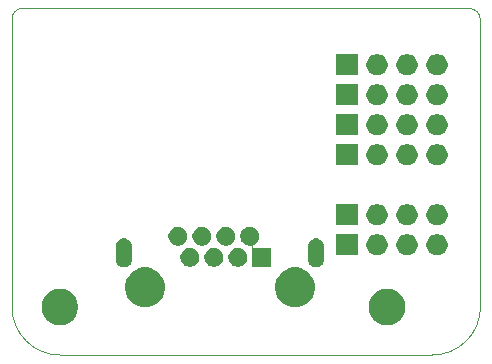
<source format=gbr>
G04 #@! TF.GenerationSoftware,KiCad,Pcbnew,(5.1.5)-3*
G04 #@! TF.CreationDate,2021-07-18T09:53:39-05:00*
G04 #@! TF.ProjectId,InputBoardSTM32QFN28,496e7075-7442-46f6-9172-6453544d3332,rev?*
G04 #@! TF.SameCoordinates,Original*
G04 #@! TF.FileFunction,Soldermask,Bot*
G04 #@! TF.FilePolarity,Negative*
%FSLAX46Y46*%
G04 Gerber Fmt 4.6, Leading zero omitted, Abs format (unit mm)*
G04 Created by KiCad (PCBNEW (5.1.5)-3) date 2021-07-18 09:53:39*
%MOMM*%
%LPD*%
G04 APERTURE LIST*
%ADD10C,0.050000*%
%ADD11C,0.100000*%
G04 APERTURE END LIST*
D10*
X171279873Y-85389743D02*
G75*
G02X172239940Y-86360000I-5095J-965162D01*
G01*
X132588000Y-86296602D02*
G75*
G02X133489685Y-85389720I901685J5182D01*
G01*
X132588000Y-110680500D02*
X132588000Y-86296602D01*
X136652000Y-114744500D02*
G75*
G02X132588000Y-110680500I0J4064000D01*
G01*
X168153080Y-114744500D02*
X136652000Y-114744500D01*
X172239940Y-86360000D02*
X172250164Y-110667800D01*
X172250164Y-110670340D02*
G75*
G02X168153080Y-114744500I-4074224J0D01*
G01*
X171279820Y-85389720D02*
X133489685Y-85389720D01*
D11*
G36*
X164640585Y-109156802D02*
G01*
X164790410Y-109186604D01*
X165072674Y-109303521D01*
X165326705Y-109473259D01*
X165542741Y-109689295D01*
X165712479Y-109943326D01*
X165829396Y-110225590D01*
X165889000Y-110525240D01*
X165889000Y-110830760D01*
X165829396Y-111130410D01*
X165712479Y-111412674D01*
X165542741Y-111666705D01*
X165326705Y-111882741D01*
X165072674Y-112052479D01*
X164790410Y-112169396D01*
X164640585Y-112199198D01*
X164490761Y-112229000D01*
X164185239Y-112229000D01*
X164035415Y-112199198D01*
X163885590Y-112169396D01*
X163603326Y-112052479D01*
X163349295Y-111882741D01*
X163133259Y-111666705D01*
X162963521Y-111412674D01*
X162846604Y-111130410D01*
X162787000Y-110830760D01*
X162787000Y-110525240D01*
X162846604Y-110225590D01*
X162963521Y-109943326D01*
X163133259Y-109689295D01*
X163349295Y-109473259D01*
X163603326Y-109303521D01*
X163885590Y-109186604D01*
X164035415Y-109156802D01*
X164185239Y-109127000D01*
X164490761Y-109127000D01*
X164640585Y-109156802D01*
G37*
G36*
X136940585Y-109156802D02*
G01*
X137090410Y-109186604D01*
X137372674Y-109303521D01*
X137626705Y-109473259D01*
X137842741Y-109689295D01*
X138012479Y-109943326D01*
X138129396Y-110225590D01*
X138189000Y-110525240D01*
X138189000Y-110830760D01*
X138129396Y-111130410D01*
X138012479Y-111412674D01*
X137842741Y-111666705D01*
X137626705Y-111882741D01*
X137372674Y-112052479D01*
X137090410Y-112169396D01*
X136940585Y-112199198D01*
X136790761Y-112229000D01*
X136485239Y-112229000D01*
X136335415Y-112199198D01*
X136185590Y-112169396D01*
X135903326Y-112052479D01*
X135649295Y-111882741D01*
X135433259Y-111666705D01*
X135263521Y-111412674D01*
X135146604Y-111130410D01*
X135087000Y-110830760D01*
X135087000Y-110525240D01*
X135146604Y-110225590D01*
X135263521Y-109943326D01*
X135433259Y-109689295D01*
X135649295Y-109473259D01*
X135903326Y-109303521D01*
X136185590Y-109186604D01*
X136335415Y-109156802D01*
X136485239Y-109127000D01*
X136790761Y-109127000D01*
X136940585Y-109156802D01*
G37*
G36*
X157032151Y-107387428D02*
G01*
X157337163Y-107513768D01*
X157611667Y-107697186D01*
X157845114Y-107930633D01*
X158028532Y-108205137D01*
X158154872Y-108510149D01*
X158219280Y-108833948D01*
X158219280Y-109164092D01*
X158154872Y-109487891D01*
X158028532Y-109792903D01*
X157845114Y-110067407D01*
X157611667Y-110300854D01*
X157337163Y-110484272D01*
X157032151Y-110610612D01*
X156870251Y-110642816D01*
X156708353Y-110675020D01*
X156378207Y-110675020D01*
X156216309Y-110642816D01*
X156054409Y-110610612D01*
X155749397Y-110484272D01*
X155474893Y-110300854D01*
X155241446Y-110067407D01*
X155058028Y-109792903D01*
X154931688Y-109487891D01*
X154867280Y-109164092D01*
X154867280Y-108833948D01*
X154931688Y-108510149D01*
X155058028Y-108205137D01*
X155241446Y-107930633D01*
X155474893Y-107697186D01*
X155749397Y-107513768D01*
X156054409Y-107387428D01*
X156378207Y-107323020D01*
X156708353Y-107323020D01*
X157032151Y-107387428D01*
G37*
G36*
X144332151Y-107387428D02*
G01*
X144637163Y-107513768D01*
X144911667Y-107697186D01*
X145145114Y-107930633D01*
X145328532Y-108205137D01*
X145454872Y-108510149D01*
X145519280Y-108833948D01*
X145519280Y-109164092D01*
X145454872Y-109487891D01*
X145328532Y-109792903D01*
X145145114Y-110067407D01*
X144911667Y-110300854D01*
X144637163Y-110484272D01*
X144332151Y-110610612D01*
X144170251Y-110642816D01*
X144008353Y-110675020D01*
X143678207Y-110675020D01*
X143516309Y-110642816D01*
X143354409Y-110610612D01*
X143049397Y-110484272D01*
X142774893Y-110300854D01*
X142541446Y-110067407D01*
X142358028Y-109792903D01*
X142231688Y-109487891D01*
X142167280Y-109164092D01*
X142167280Y-108833948D01*
X142231688Y-108510149D01*
X142358028Y-108205137D01*
X142541446Y-107930633D01*
X142774893Y-107697186D01*
X143049397Y-107513768D01*
X143354409Y-107387428D01*
X143678207Y-107323020D01*
X144008353Y-107323020D01*
X144332151Y-107387428D01*
G37*
G36*
X158456682Y-104874916D02*
G01*
X158584955Y-104913828D01*
X158703174Y-104977017D01*
X158806794Y-105062056D01*
X158891833Y-105165676D01*
X158955022Y-105283895D01*
X158993934Y-105412168D01*
X159003780Y-105512142D01*
X159003780Y-106681998D01*
X158993934Y-106781972D01*
X158955022Y-106910245D01*
X158891833Y-107028464D01*
X158806794Y-107132083D01*
X158703172Y-107217123D01*
X158584954Y-107280312D01*
X158456681Y-107319224D01*
X158323280Y-107332362D01*
X158189878Y-107319224D01*
X158061605Y-107280312D01*
X157943386Y-107217123D01*
X157839767Y-107132084D01*
X157754727Y-107028462D01*
X157691538Y-106910244D01*
X157652626Y-106781971D01*
X157642780Y-106681997D01*
X157642781Y-105512142D01*
X157652627Y-105412168D01*
X157691539Y-105283895D01*
X157754728Y-105165676D01*
X157839767Y-105062056D01*
X157943387Y-104977017D01*
X158061606Y-104913828D01*
X158189879Y-104874916D01*
X158323280Y-104861778D01*
X158456682Y-104874916D01*
G37*
G36*
X142196682Y-104874916D02*
G01*
X142324955Y-104913828D01*
X142443174Y-104977017D01*
X142546794Y-105062056D01*
X142631833Y-105165676D01*
X142695022Y-105283895D01*
X142733934Y-105412168D01*
X142743780Y-105512142D01*
X142743780Y-106681998D01*
X142733934Y-106781972D01*
X142695022Y-106910245D01*
X142631833Y-107028464D01*
X142546794Y-107132083D01*
X142443172Y-107217123D01*
X142324954Y-107280312D01*
X142196681Y-107319224D01*
X142063280Y-107332362D01*
X141929878Y-107319224D01*
X141801605Y-107280312D01*
X141683386Y-107217123D01*
X141579767Y-107132084D01*
X141494727Y-107028462D01*
X141431538Y-106910244D01*
X141392626Y-106781971D01*
X141382780Y-106681997D01*
X141382781Y-105512142D01*
X141392627Y-105412168D01*
X141431539Y-105283895D01*
X141494728Y-105165676D01*
X141579767Y-105062056D01*
X141683387Y-104977017D01*
X141801606Y-104913828D01*
X141929879Y-104874916D01*
X142063280Y-104861778D01*
X142196682Y-104874916D01*
G37*
G36*
X152956222Y-103908801D02*
G01*
X153101994Y-103969182D01*
X153101996Y-103969183D01*
X153233188Y-104056842D01*
X153344758Y-104168412D01*
X153432417Y-104299604D01*
X153432418Y-104299606D01*
X153492799Y-104445378D01*
X153523580Y-104600127D01*
X153523580Y-104757913D01*
X153492799Y-104912662D01*
X153432418Y-105058434D01*
X153432417Y-105058436D01*
X153344758Y-105189628D01*
X153233188Y-105301198D01*
X153101996Y-105388857D01*
X153101995Y-105388858D01*
X153101994Y-105388858D01*
X153032757Y-105417537D01*
X153011146Y-105429088D01*
X152992204Y-105444633D01*
X152976659Y-105463575D01*
X152965108Y-105485186D01*
X152957995Y-105508635D01*
X152955593Y-105533021D01*
X152957995Y-105557407D01*
X152965108Y-105580856D01*
X152976659Y-105602467D01*
X152992204Y-105621409D01*
X153011146Y-105636954D01*
X153032757Y-105648505D01*
X153056206Y-105655618D01*
X153080592Y-105658020D01*
X154543580Y-105658020D01*
X154543580Y-107260020D01*
X152941580Y-107260020D01*
X152941580Y-105604462D01*
X152939178Y-105580076D01*
X152932065Y-105556627D01*
X152920514Y-105535016D01*
X152904969Y-105516074D01*
X152886027Y-105500529D01*
X152864416Y-105488978D01*
X152840967Y-105481865D01*
X152816581Y-105479463D01*
X152810931Y-105480020D01*
X152643687Y-105480020D01*
X152488938Y-105449239D01*
X152343166Y-105388858D01*
X152343165Y-105388858D01*
X152343164Y-105388857D01*
X152211972Y-105301198D01*
X152100402Y-105189628D01*
X152012743Y-105058436D01*
X152012742Y-105058434D01*
X151952361Y-104912662D01*
X151921580Y-104757913D01*
X151921580Y-104600127D01*
X151952361Y-104445378D01*
X152012742Y-104299606D01*
X152012743Y-104299604D01*
X152100402Y-104168412D01*
X152211972Y-104056842D01*
X152343164Y-103969183D01*
X152343166Y-103969182D01*
X152488938Y-103908801D01*
X152643687Y-103878020D01*
X152801473Y-103878020D01*
X152956222Y-103908801D01*
G37*
G36*
X151946222Y-105688801D02*
G01*
X152091994Y-105749182D01*
X152091996Y-105749183D01*
X152223188Y-105836842D01*
X152334758Y-105948412D01*
X152358773Y-105984354D01*
X152422418Y-106079606D01*
X152482799Y-106225378D01*
X152513580Y-106380127D01*
X152513580Y-106537913D01*
X152482799Y-106692662D01*
X152445806Y-106781970D01*
X152422417Y-106838436D01*
X152334758Y-106969628D01*
X152223188Y-107081198D01*
X152091996Y-107168857D01*
X152091995Y-107168858D01*
X152091994Y-107168858D01*
X151946222Y-107229239D01*
X151791473Y-107260020D01*
X151633687Y-107260020D01*
X151478938Y-107229239D01*
X151333166Y-107168858D01*
X151333165Y-107168858D01*
X151333164Y-107168857D01*
X151201972Y-107081198D01*
X151090402Y-106969628D01*
X151002743Y-106838436D01*
X150979354Y-106781970D01*
X150942361Y-106692662D01*
X150911580Y-106537913D01*
X150911580Y-106380127D01*
X150942361Y-106225378D01*
X151002742Y-106079606D01*
X151066387Y-105984354D01*
X151090402Y-105948412D01*
X151201972Y-105836842D01*
X151333164Y-105749183D01*
X151333166Y-105749182D01*
X151478938Y-105688801D01*
X151633687Y-105658020D01*
X151791473Y-105658020D01*
X151946222Y-105688801D01*
G37*
G36*
X149916222Y-105688801D02*
G01*
X150061994Y-105749182D01*
X150061996Y-105749183D01*
X150193188Y-105836842D01*
X150304758Y-105948412D01*
X150328773Y-105984354D01*
X150392418Y-106079606D01*
X150452799Y-106225378D01*
X150483580Y-106380127D01*
X150483580Y-106537913D01*
X150452799Y-106692662D01*
X150415806Y-106781970D01*
X150392417Y-106838436D01*
X150304758Y-106969628D01*
X150193188Y-107081198D01*
X150061996Y-107168857D01*
X150061995Y-107168858D01*
X150061994Y-107168858D01*
X149916222Y-107229239D01*
X149761473Y-107260020D01*
X149603687Y-107260020D01*
X149448938Y-107229239D01*
X149303166Y-107168858D01*
X149303165Y-107168858D01*
X149303164Y-107168857D01*
X149171972Y-107081198D01*
X149060402Y-106969628D01*
X148972743Y-106838436D01*
X148949354Y-106781970D01*
X148912361Y-106692662D01*
X148881580Y-106537913D01*
X148881580Y-106380127D01*
X148912361Y-106225378D01*
X148972742Y-106079606D01*
X149036387Y-105984354D01*
X149060402Y-105948412D01*
X149171972Y-105836842D01*
X149303164Y-105749183D01*
X149303166Y-105749182D01*
X149448938Y-105688801D01*
X149603687Y-105658020D01*
X149761473Y-105658020D01*
X149916222Y-105688801D01*
G37*
G36*
X147886222Y-105688801D02*
G01*
X148031994Y-105749182D01*
X148031996Y-105749183D01*
X148163188Y-105836842D01*
X148274758Y-105948412D01*
X148298773Y-105984354D01*
X148362418Y-106079606D01*
X148422799Y-106225378D01*
X148453580Y-106380127D01*
X148453580Y-106537913D01*
X148422799Y-106692662D01*
X148385806Y-106781970D01*
X148362417Y-106838436D01*
X148274758Y-106969628D01*
X148163188Y-107081198D01*
X148031996Y-107168857D01*
X148031995Y-107168858D01*
X148031994Y-107168858D01*
X147886222Y-107229239D01*
X147731473Y-107260020D01*
X147573687Y-107260020D01*
X147418938Y-107229239D01*
X147273166Y-107168858D01*
X147273165Y-107168858D01*
X147273164Y-107168857D01*
X147141972Y-107081198D01*
X147030402Y-106969628D01*
X146942743Y-106838436D01*
X146919354Y-106781970D01*
X146882361Y-106692662D01*
X146851580Y-106537913D01*
X146851580Y-106380127D01*
X146882361Y-106225378D01*
X146942742Y-106079606D01*
X147006387Y-105984354D01*
X147030402Y-105948412D01*
X147141972Y-105836842D01*
X147273164Y-105749183D01*
X147273166Y-105749182D01*
X147418938Y-105688801D01*
X147573687Y-105658020D01*
X147731473Y-105658020D01*
X147886222Y-105688801D01*
G37*
G36*
X161850640Y-106311000D02*
G01*
X160048640Y-106311000D01*
X160048640Y-104509000D01*
X161850640Y-104509000D01*
X161850640Y-106311000D01*
G37*
G36*
X168683152Y-104513927D02*
G01*
X168832452Y-104543624D01*
X168996424Y-104611544D01*
X169143994Y-104710147D01*
X169269493Y-104835646D01*
X169368096Y-104983216D01*
X169436016Y-105147188D01*
X169463208Y-105283894D01*
X169470640Y-105321258D01*
X169470640Y-105498742D01*
X169467974Y-105512146D01*
X169436016Y-105672812D01*
X169368096Y-105836784D01*
X169269493Y-105984354D01*
X169143994Y-106109853D01*
X168996424Y-106208456D01*
X168832452Y-106276376D01*
X168683152Y-106306073D01*
X168658382Y-106311000D01*
X168480898Y-106311000D01*
X168456128Y-106306073D01*
X168306828Y-106276376D01*
X168142856Y-106208456D01*
X167995286Y-106109853D01*
X167869787Y-105984354D01*
X167771184Y-105836784D01*
X167703264Y-105672812D01*
X167671306Y-105512146D01*
X167668640Y-105498742D01*
X167668640Y-105321258D01*
X167676072Y-105283894D01*
X167703264Y-105147188D01*
X167771184Y-104983216D01*
X167869787Y-104835646D01*
X167995286Y-104710147D01*
X168142856Y-104611544D01*
X168306828Y-104543624D01*
X168456128Y-104513927D01*
X168480898Y-104509000D01*
X168658382Y-104509000D01*
X168683152Y-104513927D01*
G37*
G36*
X166143152Y-104513927D02*
G01*
X166292452Y-104543624D01*
X166456424Y-104611544D01*
X166603994Y-104710147D01*
X166729493Y-104835646D01*
X166828096Y-104983216D01*
X166896016Y-105147188D01*
X166923208Y-105283894D01*
X166930640Y-105321258D01*
X166930640Y-105498742D01*
X166927974Y-105512146D01*
X166896016Y-105672812D01*
X166828096Y-105836784D01*
X166729493Y-105984354D01*
X166603994Y-106109853D01*
X166456424Y-106208456D01*
X166292452Y-106276376D01*
X166143152Y-106306073D01*
X166118382Y-106311000D01*
X165940898Y-106311000D01*
X165916128Y-106306073D01*
X165766828Y-106276376D01*
X165602856Y-106208456D01*
X165455286Y-106109853D01*
X165329787Y-105984354D01*
X165231184Y-105836784D01*
X165163264Y-105672812D01*
X165131306Y-105512146D01*
X165128640Y-105498742D01*
X165128640Y-105321258D01*
X165136072Y-105283894D01*
X165163264Y-105147188D01*
X165231184Y-104983216D01*
X165329787Y-104835646D01*
X165455286Y-104710147D01*
X165602856Y-104611544D01*
X165766828Y-104543624D01*
X165916128Y-104513927D01*
X165940898Y-104509000D01*
X166118382Y-104509000D01*
X166143152Y-104513927D01*
G37*
G36*
X163603152Y-104513927D02*
G01*
X163752452Y-104543624D01*
X163916424Y-104611544D01*
X164063994Y-104710147D01*
X164189493Y-104835646D01*
X164288096Y-104983216D01*
X164356016Y-105147188D01*
X164383208Y-105283894D01*
X164390640Y-105321258D01*
X164390640Y-105498742D01*
X164387974Y-105512146D01*
X164356016Y-105672812D01*
X164288096Y-105836784D01*
X164189493Y-105984354D01*
X164063994Y-106109853D01*
X163916424Y-106208456D01*
X163752452Y-106276376D01*
X163603152Y-106306073D01*
X163578382Y-106311000D01*
X163400898Y-106311000D01*
X163376128Y-106306073D01*
X163226828Y-106276376D01*
X163062856Y-106208456D01*
X162915286Y-106109853D01*
X162789787Y-105984354D01*
X162691184Y-105836784D01*
X162623264Y-105672812D01*
X162591306Y-105512146D01*
X162588640Y-105498742D01*
X162588640Y-105321258D01*
X162596072Y-105283894D01*
X162623264Y-105147188D01*
X162691184Y-104983216D01*
X162789787Y-104835646D01*
X162915286Y-104710147D01*
X163062856Y-104611544D01*
X163226828Y-104543624D01*
X163376128Y-104513927D01*
X163400898Y-104509000D01*
X163578382Y-104509000D01*
X163603152Y-104513927D01*
G37*
G36*
X146866222Y-103908801D02*
G01*
X147011994Y-103969182D01*
X147011996Y-103969183D01*
X147143188Y-104056842D01*
X147254758Y-104168412D01*
X147342417Y-104299604D01*
X147342418Y-104299606D01*
X147402799Y-104445378D01*
X147433580Y-104600127D01*
X147433580Y-104757913D01*
X147402799Y-104912662D01*
X147342418Y-105058434D01*
X147342417Y-105058436D01*
X147254758Y-105189628D01*
X147143188Y-105301198D01*
X147011996Y-105388857D01*
X147011995Y-105388858D01*
X147011994Y-105388858D01*
X146866222Y-105449239D01*
X146711473Y-105480020D01*
X146553687Y-105480020D01*
X146398938Y-105449239D01*
X146253166Y-105388858D01*
X146253165Y-105388858D01*
X146253164Y-105388857D01*
X146121972Y-105301198D01*
X146010402Y-105189628D01*
X145922743Y-105058436D01*
X145922742Y-105058434D01*
X145862361Y-104912662D01*
X145831580Y-104757913D01*
X145831580Y-104600127D01*
X145862361Y-104445378D01*
X145922742Y-104299606D01*
X145922743Y-104299604D01*
X146010402Y-104168412D01*
X146121972Y-104056842D01*
X146253164Y-103969183D01*
X146253166Y-103969182D01*
X146398938Y-103908801D01*
X146553687Y-103878020D01*
X146711473Y-103878020D01*
X146866222Y-103908801D01*
G37*
G36*
X148896222Y-103908801D02*
G01*
X149041994Y-103969182D01*
X149041996Y-103969183D01*
X149173188Y-104056842D01*
X149284758Y-104168412D01*
X149372417Y-104299604D01*
X149372418Y-104299606D01*
X149432799Y-104445378D01*
X149463580Y-104600127D01*
X149463580Y-104757913D01*
X149432799Y-104912662D01*
X149372418Y-105058434D01*
X149372417Y-105058436D01*
X149284758Y-105189628D01*
X149173188Y-105301198D01*
X149041996Y-105388857D01*
X149041995Y-105388858D01*
X149041994Y-105388858D01*
X148896222Y-105449239D01*
X148741473Y-105480020D01*
X148583687Y-105480020D01*
X148428938Y-105449239D01*
X148283166Y-105388858D01*
X148283165Y-105388858D01*
X148283164Y-105388857D01*
X148151972Y-105301198D01*
X148040402Y-105189628D01*
X147952743Y-105058436D01*
X147952742Y-105058434D01*
X147892361Y-104912662D01*
X147861580Y-104757913D01*
X147861580Y-104600127D01*
X147892361Y-104445378D01*
X147952742Y-104299606D01*
X147952743Y-104299604D01*
X148040402Y-104168412D01*
X148151972Y-104056842D01*
X148283164Y-103969183D01*
X148283166Y-103969182D01*
X148428938Y-103908801D01*
X148583687Y-103878020D01*
X148741473Y-103878020D01*
X148896222Y-103908801D01*
G37*
G36*
X150926222Y-103908801D02*
G01*
X151071994Y-103969182D01*
X151071996Y-103969183D01*
X151203188Y-104056842D01*
X151314758Y-104168412D01*
X151402417Y-104299604D01*
X151402418Y-104299606D01*
X151462799Y-104445378D01*
X151493580Y-104600127D01*
X151493580Y-104757913D01*
X151462799Y-104912662D01*
X151402418Y-105058434D01*
X151402417Y-105058436D01*
X151314758Y-105189628D01*
X151203188Y-105301198D01*
X151071996Y-105388857D01*
X151071995Y-105388858D01*
X151071994Y-105388858D01*
X150926222Y-105449239D01*
X150771473Y-105480020D01*
X150613687Y-105480020D01*
X150458938Y-105449239D01*
X150313166Y-105388858D01*
X150313165Y-105388858D01*
X150313164Y-105388857D01*
X150181972Y-105301198D01*
X150070402Y-105189628D01*
X149982743Y-105058436D01*
X149982742Y-105058434D01*
X149922361Y-104912662D01*
X149891580Y-104757913D01*
X149891580Y-104600127D01*
X149922361Y-104445378D01*
X149982742Y-104299606D01*
X149982743Y-104299604D01*
X150070402Y-104168412D01*
X150181972Y-104056842D01*
X150313164Y-103969183D01*
X150313166Y-103969182D01*
X150458938Y-103908801D01*
X150613687Y-103878020D01*
X150771473Y-103878020D01*
X150926222Y-103908801D01*
G37*
G36*
X166143152Y-101973927D02*
G01*
X166292452Y-102003624D01*
X166456424Y-102071544D01*
X166603994Y-102170147D01*
X166729493Y-102295646D01*
X166828096Y-102443216D01*
X166896016Y-102607188D01*
X166930640Y-102781259D01*
X166930640Y-102958741D01*
X166896016Y-103132812D01*
X166828096Y-103296784D01*
X166729493Y-103444354D01*
X166603994Y-103569853D01*
X166456424Y-103668456D01*
X166292452Y-103736376D01*
X166143152Y-103766073D01*
X166118382Y-103771000D01*
X165940898Y-103771000D01*
X165916128Y-103766073D01*
X165766828Y-103736376D01*
X165602856Y-103668456D01*
X165455286Y-103569853D01*
X165329787Y-103444354D01*
X165231184Y-103296784D01*
X165163264Y-103132812D01*
X165128640Y-102958741D01*
X165128640Y-102781259D01*
X165163264Y-102607188D01*
X165231184Y-102443216D01*
X165329787Y-102295646D01*
X165455286Y-102170147D01*
X165602856Y-102071544D01*
X165766828Y-102003624D01*
X165916128Y-101973927D01*
X165940898Y-101969000D01*
X166118382Y-101969000D01*
X166143152Y-101973927D01*
G37*
G36*
X161850640Y-103771000D02*
G01*
X160048640Y-103771000D01*
X160048640Y-101969000D01*
X161850640Y-101969000D01*
X161850640Y-103771000D01*
G37*
G36*
X168683152Y-101973927D02*
G01*
X168832452Y-102003624D01*
X168996424Y-102071544D01*
X169143994Y-102170147D01*
X169269493Y-102295646D01*
X169368096Y-102443216D01*
X169436016Y-102607188D01*
X169470640Y-102781259D01*
X169470640Y-102958741D01*
X169436016Y-103132812D01*
X169368096Y-103296784D01*
X169269493Y-103444354D01*
X169143994Y-103569853D01*
X168996424Y-103668456D01*
X168832452Y-103736376D01*
X168683152Y-103766073D01*
X168658382Y-103771000D01*
X168480898Y-103771000D01*
X168456128Y-103766073D01*
X168306828Y-103736376D01*
X168142856Y-103668456D01*
X167995286Y-103569853D01*
X167869787Y-103444354D01*
X167771184Y-103296784D01*
X167703264Y-103132812D01*
X167668640Y-102958741D01*
X167668640Y-102781259D01*
X167703264Y-102607188D01*
X167771184Y-102443216D01*
X167869787Y-102295646D01*
X167995286Y-102170147D01*
X168142856Y-102071544D01*
X168306828Y-102003624D01*
X168456128Y-101973927D01*
X168480898Y-101969000D01*
X168658382Y-101969000D01*
X168683152Y-101973927D01*
G37*
G36*
X163603152Y-101973927D02*
G01*
X163752452Y-102003624D01*
X163916424Y-102071544D01*
X164063994Y-102170147D01*
X164189493Y-102295646D01*
X164288096Y-102443216D01*
X164356016Y-102607188D01*
X164390640Y-102781259D01*
X164390640Y-102958741D01*
X164356016Y-103132812D01*
X164288096Y-103296784D01*
X164189493Y-103444354D01*
X164063994Y-103569853D01*
X163916424Y-103668456D01*
X163752452Y-103736376D01*
X163603152Y-103766073D01*
X163578382Y-103771000D01*
X163400898Y-103771000D01*
X163376128Y-103766073D01*
X163226828Y-103736376D01*
X163062856Y-103668456D01*
X162915286Y-103569853D01*
X162789787Y-103444354D01*
X162691184Y-103296784D01*
X162623264Y-103132812D01*
X162588640Y-102958741D01*
X162588640Y-102781259D01*
X162623264Y-102607188D01*
X162691184Y-102443216D01*
X162789787Y-102295646D01*
X162915286Y-102170147D01*
X163062856Y-102071544D01*
X163226828Y-102003624D01*
X163376128Y-101973927D01*
X163400898Y-101969000D01*
X163578382Y-101969000D01*
X163603152Y-101973927D01*
G37*
G36*
X168683152Y-96893927D02*
G01*
X168832452Y-96923624D01*
X168996424Y-96991544D01*
X169143994Y-97090147D01*
X169269493Y-97215646D01*
X169368096Y-97363216D01*
X169436016Y-97527188D01*
X169470640Y-97701259D01*
X169470640Y-97878741D01*
X169436016Y-98052812D01*
X169368096Y-98216784D01*
X169269493Y-98364354D01*
X169143994Y-98489853D01*
X168996424Y-98588456D01*
X168832452Y-98656376D01*
X168683152Y-98686073D01*
X168658382Y-98691000D01*
X168480898Y-98691000D01*
X168456128Y-98686073D01*
X168306828Y-98656376D01*
X168142856Y-98588456D01*
X167995286Y-98489853D01*
X167869787Y-98364354D01*
X167771184Y-98216784D01*
X167703264Y-98052812D01*
X167668640Y-97878741D01*
X167668640Y-97701259D01*
X167703264Y-97527188D01*
X167771184Y-97363216D01*
X167869787Y-97215646D01*
X167995286Y-97090147D01*
X168142856Y-96991544D01*
X168306828Y-96923624D01*
X168456128Y-96893927D01*
X168480898Y-96889000D01*
X168658382Y-96889000D01*
X168683152Y-96893927D01*
G37*
G36*
X166143152Y-96893927D02*
G01*
X166292452Y-96923624D01*
X166456424Y-96991544D01*
X166603994Y-97090147D01*
X166729493Y-97215646D01*
X166828096Y-97363216D01*
X166896016Y-97527188D01*
X166930640Y-97701259D01*
X166930640Y-97878741D01*
X166896016Y-98052812D01*
X166828096Y-98216784D01*
X166729493Y-98364354D01*
X166603994Y-98489853D01*
X166456424Y-98588456D01*
X166292452Y-98656376D01*
X166143152Y-98686073D01*
X166118382Y-98691000D01*
X165940898Y-98691000D01*
X165916128Y-98686073D01*
X165766828Y-98656376D01*
X165602856Y-98588456D01*
X165455286Y-98489853D01*
X165329787Y-98364354D01*
X165231184Y-98216784D01*
X165163264Y-98052812D01*
X165128640Y-97878741D01*
X165128640Y-97701259D01*
X165163264Y-97527188D01*
X165231184Y-97363216D01*
X165329787Y-97215646D01*
X165455286Y-97090147D01*
X165602856Y-96991544D01*
X165766828Y-96923624D01*
X165916128Y-96893927D01*
X165940898Y-96889000D01*
X166118382Y-96889000D01*
X166143152Y-96893927D01*
G37*
G36*
X163603152Y-96893927D02*
G01*
X163752452Y-96923624D01*
X163916424Y-96991544D01*
X164063994Y-97090147D01*
X164189493Y-97215646D01*
X164288096Y-97363216D01*
X164356016Y-97527188D01*
X164390640Y-97701259D01*
X164390640Y-97878741D01*
X164356016Y-98052812D01*
X164288096Y-98216784D01*
X164189493Y-98364354D01*
X164063994Y-98489853D01*
X163916424Y-98588456D01*
X163752452Y-98656376D01*
X163603152Y-98686073D01*
X163578382Y-98691000D01*
X163400898Y-98691000D01*
X163376128Y-98686073D01*
X163226828Y-98656376D01*
X163062856Y-98588456D01*
X162915286Y-98489853D01*
X162789787Y-98364354D01*
X162691184Y-98216784D01*
X162623264Y-98052812D01*
X162588640Y-97878741D01*
X162588640Y-97701259D01*
X162623264Y-97527188D01*
X162691184Y-97363216D01*
X162789787Y-97215646D01*
X162915286Y-97090147D01*
X163062856Y-96991544D01*
X163226828Y-96923624D01*
X163376128Y-96893927D01*
X163400898Y-96889000D01*
X163578382Y-96889000D01*
X163603152Y-96893927D01*
G37*
G36*
X161850640Y-98691000D02*
G01*
X160048640Y-98691000D01*
X160048640Y-96889000D01*
X161850640Y-96889000D01*
X161850640Y-98691000D01*
G37*
G36*
X161850640Y-96151000D02*
G01*
X160048640Y-96151000D01*
X160048640Y-94349000D01*
X161850640Y-94349000D01*
X161850640Y-96151000D01*
G37*
G36*
X163603152Y-94353927D02*
G01*
X163752452Y-94383624D01*
X163916424Y-94451544D01*
X164063994Y-94550147D01*
X164189493Y-94675646D01*
X164288096Y-94823216D01*
X164356016Y-94987188D01*
X164390640Y-95161259D01*
X164390640Y-95338741D01*
X164356016Y-95512812D01*
X164288096Y-95676784D01*
X164189493Y-95824354D01*
X164063994Y-95949853D01*
X163916424Y-96048456D01*
X163752452Y-96116376D01*
X163603152Y-96146073D01*
X163578382Y-96151000D01*
X163400898Y-96151000D01*
X163376128Y-96146073D01*
X163226828Y-96116376D01*
X163062856Y-96048456D01*
X162915286Y-95949853D01*
X162789787Y-95824354D01*
X162691184Y-95676784D01*
X162623264Y-95512812D01*
X162588640Y-95338741D01*
X162588640Y-95161259D01*
X162623264Y-94987188D01*
X162691184Y-94823216D01*
X162789787Y-94675646D01*
X162915286Y-94550147D01*
X163062856Y-94451544D01*
X163226828Y-94383624D01*
X163376128Y-94353927D01*
X163400898Y-94349000D01*
X163578382Y-94349000D01*
X163603152Y-94353927D01*
G37*
G36*
X166143152Y-94353927D02*
G01*
X166292452Y-94383624D01*
X166456424Y-94451544D01*
X166603994Y-94550147D01*
X166729493Y-94675646D01*
X166828096Y-94823216D01*
X166896016Y-94987188D01*
X166930640Y-95161259D01*
X166930640Y-95338741D01*
X166896016Y-95512812D01*
X166828096Y-95676784D01*
X166729493Y-95824354D01*
X166603994Y-95949853D01*
X166456424Y-96048456D01*
X166292452Y-96116376D01*
X166143152Y-96146073D01*
X166118382Y-96151000D01*
X165940898Y-96151000D01*
X165916128Y-96146073D01*
X165766828Y-96116376D01*
X165602856Y-96048456D01*
X165455286Y-95949853D01*
X165329787Y-95824354D01*
X165231184Y-95676784D01*
X165163264Y-95512812D01*
X165128640Y-95338741D01*
X165128640Y-95161259D01*
X165163264Y-94987188D01*
X165231184Y-94823216D01*
X165329787Y-94675646D01*
X165455286Y-94550147D01*
X165602856Y-94451544D01*
X165766828Y-94383624D01*
X165916128Y-94353927D01*
X165940898Y-94349000D01*
X166118382Y-94349000D01*
X166143152Y-94353927D01*
G37*
G36*
X168683152Y-94353927D02*
G01*
X168832452Y-94383624D01*
X168996424Y-94451544D01*
X169143994Y-94550147D01*
X169269493Y-94675646D01*
X169368096Y-94823216D01*
X169436016Y-94987188D01*
X169470640Y-95161259D01*
X169470640Y-95338741D01*
X169436016Y-95512812D01*
X169368096Y-95676784D01*
X169269493Y-95824354D01*
X169143994Y-95949853D01*
X168996424Y-96048456D01*
X168832452Y-96116376D01*
X168683152Y-96146073D01*
X168658382Y-96151000D01*
X168480898Y-96151000D01*
X168456128Y-96146073D01*
X168306828Y-96116376D01*
X168142856Y-96048456D01*
X167995286Y-95949853D01*
X167869787Y-95824354D01*
X167771184Y-95676784D01*
X167703264Y-95512812D01*
X167668640Y-95338741D01*
X167668640Y-95161259D01*
X167703264Y-94987188D01*
X167771184Y-94823216D01*
X167869787Y-94675646D01*
X167995286Y-94550147D01*
X168142856Y-94451544D01*
X168306828Y-94383624D01*
X168456128Y-94353927D01*
X168480898Y-94349000D01*
X168658382Y-94349000D01*
X168683152Y-94353927D01*
G37*
G36*
X166143152Y-91813927D02*
G01*
X166292452Y-91843624D01*
X166456424Y-91911544D01*
X166603994Y-92010147D01*
X166729493Y-92135646D01*
X166828096Y-92283216D01*
X166896016Y-92447188D01*
X166930640Y-92621259D01*
X166930640Y-92798741D01*
X166896016Y-92972812D01*
X166828096Y-93136784D01*
X166729493Y-93284354D01*
X166603994Y-93409853D01*
X166456424Y-93508456D01*
X166292452Y-93576376D01*
X166143152Y-93606073D01*
X166118382Y-93611000D01*
X165940898Y-93611000D01*
X165916128Y-93606073D01*
X165766828Y-93576376D01*
X165602856Y-93508456D01*
X165455286Y-93409853D01*
X165329787Y-93284354D01*
X165231184Y-93136784D01*
X165163264Y-92972812D01*
X165128640Y-92798741D01*
X165128640Y-92621259D01*
X165163264Y-92447188D01*
X165231184Y-92283216D01*
X165329787Y-92135646D01*
X165455286Y-92010147D01*
X165602856Y-91911544D01*
X165766828Y-91843624D01*
X165916128Y-91813927D01*
X165940898Y-91809000D01*
X166118382Y-91809000D01*
X166143152Y-91813927D01*
G37*
G36*
X168683152Y-91813927D02*
G01*
X168832452Y-91843624D01*
X168996424Y-91911544D01*
X169143994Y-92010147D01*
X169269493Y-92135646D01*
X169368096Y-92283216D01*
X169436016Y-92447188D01*
X169470640Y-92621259D01*
X169470640Y-92798741D01*
X169436016Y-92972812D01*
X169368096Y-93136784D01*
X169269493Y-93284354D01*
X169143994Y-93409853D01*
X168996424Y-93508456D01*
X168832452Y-93576376D01*
X168683152Y-93606073D01*
X168658382Y-93611000D01*
X168480898Y-93611000D01*
X168456128Y-93606073D01*
X168306828Y-93576376D01*
X168142856Y-93508456D01*
X167995286Y-93409853D01*
X167869787Y-93284354D01*
X167771184Y-93136784D01*
X167703264Y-92972812D01*
X167668640Y-92798741D01*
X167668640Y-92621259D01*
X167703264Y-92447188D01*
X167771184Y-92283216D01*
X167869787Y-92135646D01*
X167995286Y-92010147D01*
X168142856Y-91911544D01*
X168306828Y-91843624D01*
X168456128Y-91813927D01*
X168480898Y-91809000D01*
X168658382Y-91809000D01*
X168683152Y-91813927D01*
G37*
G36*
X163603152Y-91813927D02*
G01*
X163752452Y-91843624D01*
X163916424Y-91911544D01*
X164063994Y-92010147D01*
X164189493Y-92135646D01*
X164288096Y-92283216D01*
X164356016Y-92447188D01*
X164390640Y-92621259D01*
X164390640Y-92798741D01*
X164356016Y-92972812D01*
X164288096Y-93136784D01*
X164189493Y-93284354D01*
X164063994Y-93409853D01*
X163916424Y-93508456D01*
X163752452Y-93576376D01*
X163603152Y-93606073D01*
X163578382Y-93611000D01*
X163400898Y-93611000D01*
X163376128Y-93606073D01*
X163226828Y-93576376D01*
X163062856Y-93508456D01*
X162915286Y-93409853D01*
X162789787Y-93284354D01*
X162691184Y-93136784D01*
X162623264Y-92972812D01*
X162588640Y-92798741D01*
X162588640Y-92621259D01*
X162623264Y-92447188D01*
X162691184Y-92283216D01*
X162789787Y-92135646D01*
X162915286Y-92010147D01*
X163062856Y-91911544D01*
X163226828Y-91843624D01*
X163376128Y-91813927D01*
X163400898Y-91809000D01*
X163578382Y-91809000D01*
X163603152Y-91813927D01*
G37*
G36*
X161850640Y-93611000D02*
G01*
X160048640Y-93611000D01*
X160048640Y-91809000D01*
X161850640Y-91809000D01*
X161850640Y-93611000D01*
G37*
G36*
X166143152Y-89273927D02*
G01*
X166292452Y-89303624D01*
X166456424Y-89371544D01*
X166603994Y-89470147D01*
X166729493Y-89595646D01*
X166828096Y-89743216D01*
X166896016Y-89907188D01*
X166930640Y-90081259D01*
X166930640Y-90258741D01*
X166896016Y-90432812D01*
X166828096Y-90596784D01*
X166729493Y-90744354D01*
X166603994Y-90869853D01*
X166456424Y-90968456D01*
X166292452Y-91036376D01*
X166143152Y-91066073D01*
X166118382Y-91071000D01*
X165940898Y-91071000D01*
X165916128Y-91066073D01*
X165766828Y-91036376D01*
X165602856Y-90968456D01*
X165455286Y-90869853D01*
X165329787Y-90744354D01*
X165231184Y-90596784D01*
X165163264Y-90432812D01*
X165128640Y-90258741D01*
X165128640Y-90081259D01*
X165163264Y-89907188D01*
X165231184Y-89743216D01*
X165329787Y-89595646D01*
X165455286Y-89470147D01*
X165602856Y-89371544D01*
X165766828Y-89303624D01*
X165916128Y-89273927D01*
X165940898Y-89269000D01*
X166118382Y-89269000D01*
X166143152Y-89273927D01*
G37*
G36*
X168683152Y-89273927D02*
G01*
X168832452Y-89303624D01*
X168996424Y-89371544D01*
X169143994Y-89470147D01*
X169269493Y-89595646D01*
X169368096Y-89743216D01*
X169436016Y-89907188D01*
X169470640Y-90081259D01*
X169470640Y-90258741D01*
X169436016Y-90432812D01*
X169368096Y-90596784D01*
X169269493Y-90744354D01*
X169143994Y-90869853D01*
X168996424Y-90968456D01*
X168832452Y-91036376D01*
X168683152Y-91066073D01*
X168658382Y-91071000D01*
X168480898Y-91071000D01*
X168456128Y-91066073D01*
X168306828Y-91036376D01*
X168142856Y-90968456D01*
X167995286Y-90869853D01*
X167869787Y-90744354D01*
X167771184Y-90596784D01*
X167703264Y-90432812D01*
X167668640Y-90258741D01*
X167668640Y-90081259D01*
X167703264Y-89907188D01*
X167771184Y-89743216D01*
X167869787Y-89595646D01*
X167995286Y-89470147D01*
X168142856Y-89371544D01*
X168306828Y-89303624D01*
X168456128Y-89273927D01*
X168480898Y-89269000D01*
X168658382Y-89269000D01*
X168683152Y-89273927D01*
G37*
G36*
X163603152Y-89273927D02*
G01*
X163752452Y-89303624D01*
X163916424Y-89371544D01*
X164063994Y-89470147D01*
X164189493Y-89595646D01*
X164288096Y-89743216D01*
X164356016Y-89907188D01*
X164390640Y-90081259D01*
X164390640Y-90258741D01*
X164356016Y-90432812D01*
X164288096Y-90596784D01*
X164189493Y-90744354D01*
X164063994Y-90869853D01*
X163916424Y-90968456D01*
X163752452Y-91036376D01*
X163603152Y-91066073D01*
X163578382Y-91071000D01*
X163400898Y-91071000D01*
X163376128Y-91066073D01*
X163226828Y-91036376D01*
X163062856Y-90968456D01*
X162915286Y-90869853D01*
X162789787Y-90744354D01*
X162691184Y-90596784D01*
X162623264Y-90432812D01*
X162588640Y-90258741D01*
X162588640Y-90081259D01*
X162623264Y-89907188D01*
X162691184Y-89743216D01*
X162789787Y-89595646D01*
X162915286Y-89470147D01*
X163062856Y-89371544D01*
X163226828Y-89303624D01*
X163376128Y-89273927D01*
X163400898Y-89269000D01*
X163578382Y-89269000D01*
X163603152Y-89273927D01*
G37*
G36*
X161850640Y-91071000D02*
G01*
X160048640Y-91071000D01*
X160048640Y-89269000D01*
X161850640Y-89269000D01*
X161850640Y-91071000D01*
G37*
M02*

</source>
